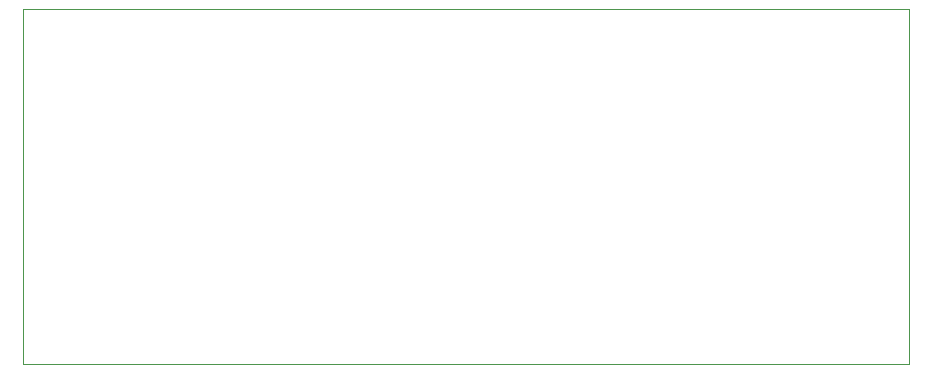
<source format=gm1>
%TF.GenerationSoftware,KiCad,Pcbnew,5.1.10-6.fc33*%
%TF.CreationDate,2021-10-21T00:53:11-07:00*%
%TF.ProjectId,esp32_7seg_alarm_clock_controller,65737033-325f-4377-9365-675f616c6172,rev?*%
%TF.SameCoordinates,Original*%
%TF.FileFunction,Profile,NP*%
%FSLAX46Y46*%
G04 Gerber Fmt 4.6, Leading zero omitted, Abs format (unit mm)*
G04 Created by KiCad (PCBNEW 5.1.10-6.fc33) date 2021-10-21 00:53:11*
%MOMM*%
%LPD*%
G01*
G04 APERTURE LIST*
%TA.AperFunction,Profile*%
%ADD10C,0.100000*%
%TD*%
G04 APERTURE END LIST*
D10*
X175000000Y-100000000D02*
X175000000Y-130000000D01*
X100000000Y-100000000D02*
X175000000Y-100000000D01*
X100000000Y-130000000D02*
X100000000Y-100000000D01*
X175000000Y-130000000D02*
X100000000Y-130000000D01*
M02*

</source>
